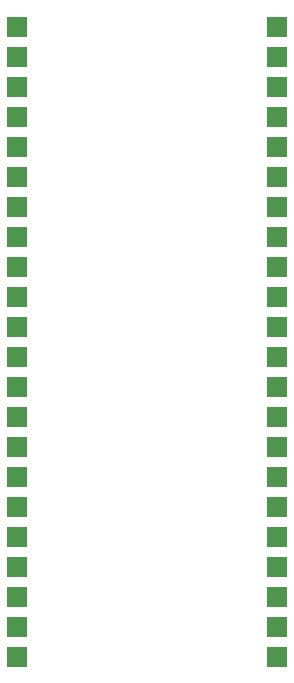
<source format=gbs>
G04*
G04 #@! TF.GenerationSoftware,Altium Limited,Altium Designer,20.2.4 (192)*
G04*
G04 Layer_Color=16711935*
%FSLAX44Y44*%
%MOMM*%
G71*
G04*
G04 #@! TF.SameCoordinates,5829A05F-E1E1-40F9-AA7D-9744E717BD19*
G04*
G04*
G04 #@! TF.FilePolarity,Negative*
G04*
G01*
G75*
%ADD14R,1.7272X1.7272*%
D14*
X220000Y-330200D02*
D03*
Y-355600D02*
D03*
Y-304800D02*
D03*
Y-279400D02*
D03*
Y-254000D02*
D03*
Y-228600D02*
D03*
Y-203200D02*
D03*
Y-177800D02*
D03*
Y-152400D02*
D03*
Y-127000D02*
D03*
Y-101600D02*
D03*
Y-76200D02*
D03*
Y-50800D02*
D03*
Y-25400D02*
D03*
Y0D02*
D03*
Y-533400D02*
D03*
Y-508000D02*
D03*
Y-482600D02*
D03*
Y-457200D02*
D03*
Y-431800D02*
D03*
Y-406400D02*
D03*
Y-381000D02*
D03*
X0Y-152400D02*
D03*
Y-127000D02*
D03*
Y-101600D02*
D03*
Y-76200D02*
D03*
Y-50800D02*
D03*
Y-25400D02*
D03*
Y0D02*
D03*
Y-533400D02*
D03*
Y-508000D02*
D03*
Y-482600D02*
D03*
Y-457200D02*
D03*
Y-431800D02*
D03*
Y-406400D02*
D03*
Y-381000D02*
D03*
Y-355600D02*
D03*
Y-330200D02*
D03*
Y-304800D02*
D03*
Y-279400D02*
D03*
Y-254000D02*
D03*
Y-228600D02*
D03*
Y-177800D02*
D03*
Y-203200D02*
D03*
M02*

</source>
